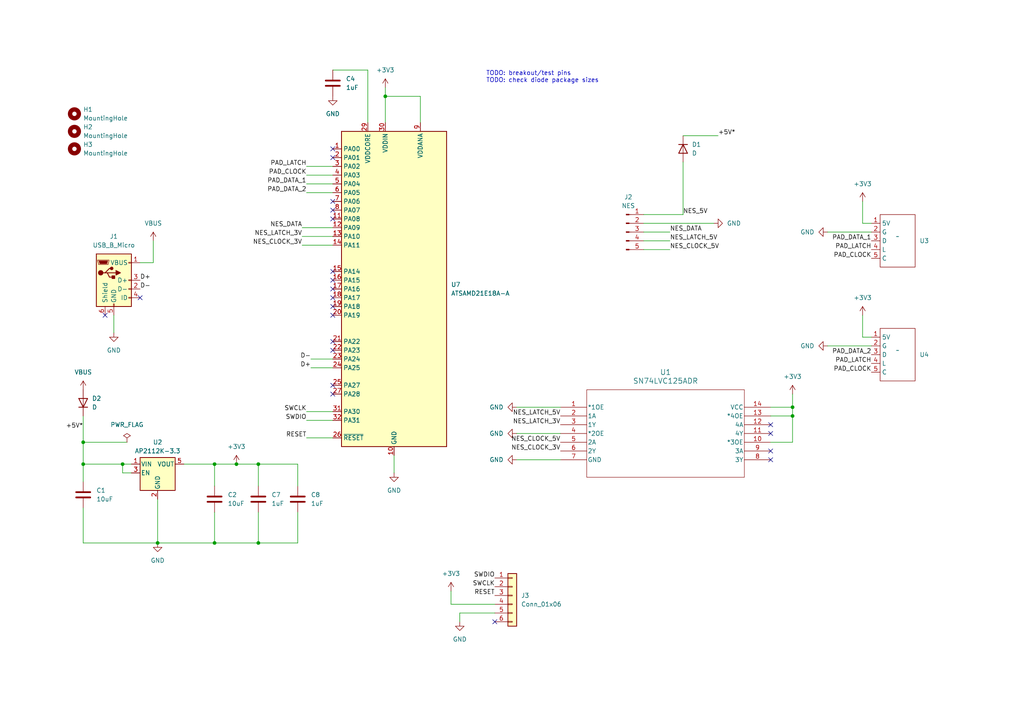
<source format=kicad_sch>
(kicad_sch (version 20230121) (generator eeschema)
  (paper "A4")
  (lib_symbols
    (symbol "Connector:Conn_01x05_Pin" (pin_names (offset 1.016) hide)
      (property "Reference" "J" (at 0 7.62 0))
      (property "Value" "Conn_01x05_Pin" (at 0 -7.62 0))
      (symbol "Conn_01x05_Pin_1_1"
        (polyline (pts (xy 1.27 -5.08) (xy 0.8636 -5.08)) (stroke (width 0.1524)))
        (polyline (pts (xy 1.27 -2.54) (xy 0.8636 -2.54)) (stroke (width 0.1524)))
        (polyline (pts (xy 1.27 0) (xy 0.8636 0)) (stroke (width 0.1524)))
        (polyline (pts (xy 1.27 2.54) (xy 0.8636 2.54)) (stroke (width 0.1524)))
        (polyline (pts (xy 1.27 5.08) (xy 0.8636 5.08)) (stroke (width 0.1524)))
        (rectangle (start 0.8636 -4.953) (end 0 -5.207) (stroke (width 0.1524)) (fill (type outline)))
        (rectangle (start 0.8636 -2.413) (end 0 -2.667) (stroke (width 0.1524)) (fill (type outline)))
        (rectangle (start 0.8636 0.127) (end 0 -0.127) (stroke (width 0.1524)) (fill (type outline)))
        (rectangle (start 0.8636 2.667) (end 0 2.413) (stroke (width 0.1524)) (fill (type outline)))
        (rectangle (start 0.8636 5.207) (end 0 4.953) (stroke (width 0.1524)) (fill (type outline)))
        (pin passive line (at 5.08 5.08 180) (length 3.81) (name "Pin_1") (number "1"))
        (pin passive line (at 5.08 2.54 180) (length 3.81) (name "Pin_2") (number "2"))
        (pin passive line (at 5.08 0 180) (length 3.81) (name "Pin_3") (number "3"))
        (pin passive line (at 5.08 -2.54 180) (length 3.81) (name "Pin_4") (number "4"))
        (pin passive line (at 5.08 -5.08 180) (length 3.81) (name "Pin_5") (number "5"))
      )
    )
    (symbol "Connector:USB_B_Micro" (pin_names (offset 1.016))
      (property "Reference" "J" (at -5.08 11.43 0))
      (property "Value" "USB_B_Micro" (at -5.08 8.89 0))
      (symbol "USB_B_Micro_0_1"
        (rectangle (start -5.08 -7.62) (end 5.08 7.62) (stroke (width 0.254)) (fill (type background)))
        (circle (center -3.81 2.159) (radius 0.635) (stroke (width 0.254)) (fill (type outline)))
        (circle (center -0.635 3.429) (radius 0.381) (stroke (width 0.254)) (fill (type outline)))
        (rectangle (start -0.127 -7.62) (end 0.127 -6.858))
        (polyline (pts (xy -1.905 2.159) (xy 0.635 2.159)) (stroke (width 0.254)))
        (polyline (pts (xy -3.175 2.159) (xy -2.54 2.159) (xy -1.27 3.429) (xy -0.635 3.429)) (stroke (width 0.254)))
        (polyline (pts (xy -2.54 2.159) (xy -1.905 2.159) (xy -1.27 0.889) (xy 0 0.889)) (stroke (width 0.254)))
        (polyline (pts (xy 0.635 2.794) (xy 0.635 1.524) (xy 1.905 2.159) (xy 0.635 2.794)) (stroke (width 0.254)) (fill (type outline)))
        (polyline (pts (xy -4.318 5.588) (xy -1.778 5.588) (xy -2.032 4.826) (xy -4.064 4.826) (xy -4.318 5.588)) (fill (type outline)))
        (polyline (pts (xy -4.699 5.842) (xy -4.699 5.588) (xy -4.445 4.826) (xy -4.445 4.572) (xy -1.651 4.572) (xy -1.651 4.826) (xy -1.397 5.588) (xy -1.397 5.842) (xy -4.699 5.842)))
        (rectangle (start 0.254 1.27) (end -0.508 0.508) (stroke (width 0.254)) (fill (type outline)))
        (rectangle (start 5.08 -5.207) (end 4.318 -4.953))
        (rectangle (start 5.08 -2.667) (end 4.318 -2.413))
        (rectangle (start 5.08 -0.127) (end 4.318 0.127))
        (rectangle (start 5.08 4.953) (end 4.318 5.207))
      )
      (symbol "USB_B_Micro_1_1"
        (pin power_out line (at 7.62 5.08 180) (length 2.54) (name "VBUS") (number "1"))
        (pin bidirectional line (at 7.62 -2.54 180) (length 2.54) (name "D-") (number "2"))
        (pin bidirectional line (at 7.62 0 180) (length 2.54) (name "D+") (number "3"))
        (pin passive line (at 7.62 -5.08 180) (length 2.54) (name "ID") (number "4"))
        (pin power_out line (at 0 -10.16 90) (length 2.54) (name "GND") (number "5"))
        (pin passive line (at -2.54 -10.16 90) (length 2.54) (name "Shield") (number "6"))
      )
    )
    (symbol "Connector_Generic:Conn_01x06" (pin_names (offset 1.016) hide)
      (property "Reference" "J" (at 0 7.62 0))
      (property "Value" "Conn_01x06" (at 0 -10.16 0))
      (symbol "Conn_01x06_1_1"
        (rectangle (start -1.27 -7.493) (end 0 -7.747) (stroke (width 0.1524)))
        (rectangle (start -1.27 -4.953) (end 0 -5.207) (stroke (width 0.1524)))
        (rectangle (start -1.27 -2.413) (end 0 -2.667) (stroke (width 0.1524)))
        (rectangle (start -1.27 0.127) (end 0 -0.127) (stroke (width 0.1524)))
        (rectangle (start -1.27 2.667) (end 0 2.413) (stroke (width 0.1524)))
        (rectangle (start -1.27 5.207) (end 0 4.953) (stroke (width 0.1524)))
        (rectangle (start -1.27 6.35) (end 1.27 -8.89) (stroke (width 0.254)) (fill (type background)))
        (pin passive line (at -5.08 5.08 0) (length 3.81) (name "Pin_1") (number "1"))
        (pin passive line (at -5.08 2.54 0) (length 3.81) (name "Pin_2") (number "2"))
        (pin passive line (at -5.08 0 0) (length 3.81) (name "Pin_3") (number "3"))
        (pin passive line (at -5.08 -2.54 0) (length 3.81) (name "Pin_4") (number "4"))
        (pin passive line (at -5.08 -5.08 0) (length 3.81) (name "Pin_5") (number "5"))
        (pin passive line (at -5.08 -7.62 0) (length 3.81) (name "Pin_6") (number "6"))
      )
    )
    (symbol "Device:C" (pin_numbers hide) (pin_names (offset 0.254))
      (property "Reference" "C" (at 0.635 2.54 0))
      (property "Value" "C" (at 0.635 -2.54 0))
      (symbol "C_0_1"
        (polyline (pts (xy -2.032 -0.762) (xy 2.032 -0.762)) (stroke (width 0.508)))
        (polyline (pts (xy -2.032 0.762) (xy 2.032 0.762)) (stroke (width 0.508)))
      )
      (symbol "C_1_1"
        (pin passive line (at 0 3.81 270) (length 2.794) (name "~") (number "1"))
        (pin passive line (at 0 -3.81 90) (length 2.794) (name "~") (number "2"))
      )
    )
    (symbol "Device:D" (pin_numbers hide) (pin_names (offset 1.016) hide)
      (property "Reference" "D" (at 0 2.54 0))
      (property "Value" "D" (at 0 -2.54 0))
      (symbol "D_0_1"
        (polyline (pts (xy -1.27 1.27) (xy -1.27 -1.27)) (stroke (width 0.254)))
        (polyline (pts (xy 1.27 0) (xy -1.27 0)))
        (polyline (pts (xy 1.27 1.27) (xy 1.27 -1.27) (xy -1.27 0) (xy 1.27 1.27)) (stroke (width 0.254)))
      )
      (symbol "D_1_1"
        (pin passive line (at -3.81 0 0) (length 2.54) (name "K") (number "1"))
        (pin passive line (at 3.81 0 180) (length 2.54) (name "A") (number "2"))
      )
    )
    (symbol "MCU_Microchip_SAMD:ATSAMD21E18A-A"
      (property "Reference" "U" (at -13.97 46.99 0))
      (property "Value" "ATSAMD21E18A-A" (at 16.51 46.99 0))
      (symbol "ATSAMD21E18A-A_1_1"
        (rectangle (start -15.24 45.72) (end 15.24 -45.72) (stroke (width 0.254)) (fill (type background)))
        (pin bidirectional line (at -17.78 40.64 0) (length 2.54) (name "PA00") (number "1"))
        (pin power_in line (at 0 -48.26 90) (length 2.54) (name "GND") (number "10"))
        (pin bidirectional line (at -17.78 20.32 0) (length 2.54) (name "PA08") (number "11"))
        (pin bidirectional line (at -17.78 17.78 0) (length 2.54) (name "PA09") (number "12"))
        (pin bidirectional line (at -17.78 15.24 0) (length 2.54) (name "PA10") (number "13"))
        (pin bidirectional line (at -17.78 12.7 0) (length 2.54) (name "PA11") (number "14"))
        (pin bidirectional line (at -17.78 5.08 0) (length 2.54) (name "PA14") (number "15"))
        (pin bidirectional line (at -17.78 2.54 0) (length 2.54) (name "PA15") (number "16"))
        (pin bidirectional line (at -17.78 0 0) (length 2.54) (name "PA16") (number "17"))
        (pin bidirectional line (at -17.78 -2.54 0) (length 2.54) (name "PA17") (number "18"))
        (pin bidirectional line (at -17.78 -5.08 0) (length 2.54) (name "PA18") (number "19"))
        (pin bidirectional line (at -17.78 38.1 0) (length 2.54) (name "PA01") (number "2"))
        (pin bidirectional line (at -17.78 -7.62 0) (length 2.54) (name "PA19") (number "20"))
        (pin bidirectional line (at -17.78 -15.24 0) (length 2.54) (name "PA22") (number "21"))
        (pin bidirectional line (at -17.78 -17.78 0) (length 2.54) (name "PA23") (number "22"))
        (pin bidirectional line (at -17.78 -20.32 0) (length 2.54) (name "PA24") (number "23"))
        (pin bidirectional line (at -17.78 -22.86 0) (length 2.54) (name "PA25") (number "24"))
        (pin bidirectional line (at -17.78 -27.94 0) (length 2.54) (name "PA27") (number "25"))
        (pin input line (at -17.78 -43.18 0) (length 2.54) (name "~{RESET}") (number "26"))
        (pin bidirectional line (at -17.78 -30.48 0) (length 2.54) (name "PA28") (number "27"))
        (pin passive line (at 0 -48.26 90) (length 2.54) hide (name "GND") (number "28"))
        (pin power_out line (at -7.62 48.26 270) (length 2.54) (name "VDDCORE") (number "29"))
        (pin bidirectional line (at -17.78 35.56 0) (length 2.54) (name "PA02") (number "3"))
        (pin power_in line (at -2.54 48.26 270) (length 2.54) (name "VDDIN") (number "30"))
        (pin bidirectional line (at -17.78 -35.56 0) (length 2.54) (name "PA30") (number "31"))
        (pin bidirectional line (at -17.78 -38.1 0) (length 2.54) (name "PA31") (number "32"))
        (pin bidirectional line (at -17.78 33.02 0) (length 2.54) (name "PA03") (number "4"))
        (pin bidirectional line (at -17.78 30.48 0) (length 2.54) (name "PA04") (number "5"))
        (pin bidirectional line (at -17.78 27.94 0) (length 2.54) (name "PA05") (number "6"))
        (pin bidirectional line (at -17.78 25.4 0) (length 2.54) (name "PA06") (number "7"))
        (pin bidirectional line (at -17.78 22.86 0) (length 2.54) (name "PA07") (number "8"))
        (pin power_in line (at 7.62 48.26 270) (length 2.54) (name "VDDANA") (number "9"))
      )
    )
    (symbol "Mechanical:MountingHole" (pin_names (offset 1.016))
      (property "Reference" "H" (at 0 5.08 0))
      (property "Value" "MountingHole" (at 0 3.175 0))
      (symbol "MountingHole_0_1"
        (circle (center 0 0) (radius 1.27) (stroke (width 1.27)))
      )
    )
    (symbol "Minor_Industries:Nes_Controller_Port"
      (property "Reference" "U" (at 0 0 0))
      (symbol "Nes_Controller_Port_0_1"
        (rectangle (start -5.08 6.35) (end 5.08 -8.89))
      )
      (symbol "Nes_Controller_Port_1_1"
        (pin power_in line (at -7.62 3.81 0) (length 2.54) (name "5V") (number "1"))
        (pin power_in line (at -7.62 1.27 0) (length 2.54) (name "G") (number "2"))
        (pin output line (at -7.62 -1.27 0) (length 2.54) (name "D") (number "3"))
        (pin input line (at -7.62 -3.81 0) (length 2.54) (name "L") (number "4"))
        (pin input line (at -7.62 -6.35 0) (length 2.54) (name "C") (number "5"))
      )
    )
    (symbol "Minor_Industries:SN74LVC125ADR" (pin_names (offset 0.254))
      (property "Reference" "U" (at 30.48 10.16 0))
      (property "Value" "SN74LVC125ADR" (at 30.48 7.62 0))
      (symbol "SN74LVC125ADR_0_1"
        (polyline (pts (xy 7.62 -20.32) (xy 53.34 -20.32)) (stroke (width 0.127)))
        (polyline (pts (xy 7.62 5.08) (xy 7.62 -20.32)) (stroke (width 0.127)))
        (polyline (pts (xy 53.34 -20.32) (xy 53.34 5.08)) (stroke (width 0.127)))
        (polyline (pts (xy 53.34 5.08) (xy 7.62 5.08)) (stroke (width 0.127)))
        (pin input line (at 0 0 0) (length 7.62) (name "*1OE") (number "1"))
        (pin input line (at 60.96 -10.16 180) (length 7.62) (name "*3OE") (number "10"))
        (pin output line (at 60.96 -7.62 180) (length 7.62) (name "4Y") (number "11"))
        (pin input line (at 60.96 -5.08 180) (length 7.62) (name "4A") (number "12"))
        (pin input line (at 60.96 -2.54 180) (length 7.62) (name "*4OE") (number "13"))
        (pin power_in line (at 60.96 0 180) (length 7.62) (name "VCC") (number "14"))
        (pin input line (at 0 -2.54 0) (length 7.62) (name "1A") (number "2"))
        (pin output line (at 0 -5.08 0) (length 7.62) (name "1Y") (number "3"))
        (pin input line (at 0 -7.62 0) (length 7.62) (name "*2OE") (number "4"))
        (pin input line (at 0 -10.16 0) (length 7.62) (name "2A") (number "5"))
        (pin output line (at 0 -12.7 0) (length 7.62) (name "2Y") (number "6"))
        (pin power_in line (at 0 -15.24 0) (length 7.62) (name "GND") (number "7"))
        (pin output line (at 60.96 -15.24 180) (length 7.62) (name "3Y") (number "8"))
        (pin input line (at 60.96 -12.7 180) (length 7.62) (name "3A") (number "9"))
      )
    )
    (symbol "Regulator_Linear:AP2112K-3.3" (pin_names (offset 0.254))
      (property "Reference" "U" (at -5.08 5.715 0))
      (property "Value" "AP2112K-3.3" (at 0 5.715 0))
      (symbol "AP2112K-3.3_0_1"
        (rectangle (start -5.08 4.445) (end 5.08 -5.08) (stroke (width 0.254)) (fill (type background)))
      )
      (symbol "AP2112K-3.3_1_1"
        (pin power_in line (at -7.62 2.54 0) (length 2.54) (name "VIN") (number "1"))
        (pin power_in line (at 0 -7.62 90) (length 2.54) (name "GND") (number "2"))
        (pin input line (at -7.62 0 0) (length 2.54) (name "EN") (number "3"))
        (pin no_connect line (at 5.08 0 180) (length 2.54) hide (name "NC") (number "4"))
        (pin power_out line (at 7.62 2.54 180) (length 2.54) (name "VOUT") (number "5"))
      )
    )
    (symbol "power:+3V3" (power) (pin_names (offset 0))
      (property "Value" "+3V3" (at 0 3.556 0))
      (symbol "+3V3_0_1"
        (polyline (pts (xy -0.762 1.27) (xy 0 2.54)))
        (polyline (pts (xy 0 0) (xy 0 2.54)))
        (polyline (pts (xy 0 2.54) (xy 0.762 1.27)))
      )
      (symbol "+3V3_1_1"
        (pin power_in line (at 0 0 90) (length 0) hide (name "+3V3") (number "1"))
      )
    )
    (symbol "power:GND" (power) (pin_names (offset 0))
      (property "Value" "GND" (at 0 -3.81 0))
      (symbol "GND_0_1"
        (polyline (pts (xy 0 0) (xy 0 -1.27) (xy 1.27 -1.27) (xy 0 -2.54) (xy -1.27 -1.27) (xy 0 -1.27)))
      )
      (symbol "GND_1_1"
        (pin power_in line (at 0 0 270) (length 0) hide (name "GND") (number "1"))
      )
    )
    (symbol "power:PWR_FLAG" (power) (pin_numbers hide) (pin_names (offset 0) hide)
      (property "Value" "PWR_FLAG" (at 0 3.81 0))
      (symbol "PWR_FLAG_0_0"
        (pin power_out line (at 0 0 90) (length 0) (name "pwr") (number "1"))
      )
      (symbol "PWR_FLAG_0_1"
        (polyline (pts (xy 0 0) (xy 0 1.27) (xy -1.016 1.905) (xy 0 2.54) (xy 1.016 1.905) (xy 0 1.27)))
      )
    )
    (symbol "power:VBUS" (power) (pin_names (offset 0))
      (property "Value" "VBUS" (at 0 3.81 0))
      (symbol "VBUS_0_1"
        (polyline (pts (xy -0.762 1.27) (xy 0 2.54)))
        (polyline (pts (xy 0 0) (xy 0 2.54)))
        (polyline (pts (xy 0 2.54) (xy 0.762 1.27)))
      )
      (symbol "VBUS_1_1"
        (pin power_in line (at 0 0 90) (length 0) hide (name "VBUS") (number "1"))
      )
    )
  )
  (junction (at 62.23 157.48))
  (junction (at 74.93 157.48))
  (junction (at 24.13 128.27))
  (junction (at 35.56 134.62))
  (junction (at 24.13 134.62))
  (junction (at 229.87 118.11))
  (junction (at 68.58 134.62))
  (junction (at 229.87 120.65))
  (junction (at 74.93 134.62))
  (junction (at 45.72 157.48))
  (junction (at 111.76 27.94))
  (junction (at 62.23 134.62))
  (no_connect (at 40.64 86.36))
  (no_connect (at 143.51 180.34))
  (no_connect (at 96.52 88.9))
  (no_connect (at 96.52 99.06))
  (no_connect (at 96.52 111.76))
  (no_connect (at 96.52 114.3))
  (no_connect (at 96.52 43.18))
  (no_connect (at 96.52 81.28))
  (no_connect (at 96.52 101.6))
  (no_connect (at 96.52 45.72))
  (no_connect (at 30.48 91.44))
  (no_connect (at 96.52 78.74))
  (no_connect (at 96.52 63.5))
  (no_connect (at 223.52 133.35))
  (no_connect (at 96.52 91.44))
  (no_connect (at 223.52 125.73))
  (no_connect (at 223.52 130.81))
  (no_connect (at 96.52 60.96))
  (no_connect (at 96.52 86.36))
  (no_connect (at 223.52 123.19))
  (no_connect (at 96.52 58.42))
  (no_connect (at 96.52 83.82))
  (wire (pts (xy 62.23 157.48) (xy 74.93 157.48)))
  (wire (pts (xy 35.56 134.62) (xy 38.1 134.62)))
  (wire (pts (xy 130.81 171.45) (xy 130.81 175.26)))
  (wire (pts (xy 223.52 120.65) (xy 229.87 120.65)))
  (wire (pts (xy 90.17 104.14) (xy 96.52 104.14)))
  (wire (pts (xy 186.69 69.85) (xy 194.31 69.85)))
  (wire (pts (xy 149.86 133.35) (xy 162.56 133.35)))
  (wire (pts (xy 24.13 120.65) (xy 24.13 128.27)))
  (wire (pts (xy 86.36 157.48) (xy 74.93 157.48)))
  (wire (pts (xy 186.69 72.39) (xy 194.31 72.39)))
  (wire (pts (xy 250.19 97.79) (xy 252.73 97.79)))
  (wire (pts (xy 74.93 134.62) (xy 74.93 140.97)))
  (wire (pts (xy 88.9 48.26) (xy 96.52 48.26)))
  (wire (pts (xy 106.68 20.32) (xy 106.68 35.56)))
  (wire (pts (xy 38.1 137.16) (xy 35.56 137.16)))
  (wire (pts (xy 111.76 27.94) (xy 121.92 27.94)))
  (wire (pts (xy 24.13 157.48) (xy 45.72 157.48)))
  (wire (pts (xy 24.13 147.32) (xy 24.13 157.48)))
  (wire (pts (xy 45.72 144.78) (xy 45.72 157.48)))
  (wire (pts (xy 229.87 118.11) (xy 229.87 114.3)))
  (wire (pts (xy 87.63 71.12) (xy 96.52 71.12)))
  (wire (pts (xy 62.23 134.62) (xy 62.23 140.97)))
  (wire (pts (xy 44.45 76.2) (xy 44.45 69.85)))
  (wire (pts (xy 88.9 127) (xy 96.52 127)))
  (wire (pts (xy 87.63 66.04) (xy 96.52 66.04)))
  (wire (pts (xy 240.03 100.33) (xy 252.73 100.33)))
  (wire (pts (xy 88.9 55.88) (xy 96.52 55.88)))
  (wire (pts (xy 86.36 148.59) (xy 86.36 157.48)))
  (wire (pts (xy 240.03 67.31) (xy 252.73 67.31)))
  (wire (pts (xy 62.23 148.59) (xy 62.23 157.48)))
  (wire (pts (xy 40.64 76.2) (xy 44.45 76.2)))
  (wire (pts (xy 186.69 64.77) (xy 207.01 64.77)))
  (wire (pts (xy 74.93 134.62) (xy 86.36 134.62)))
  (wire (pts (xy 96.52 20.32) (xy 106.68 20.32)))
  (wire (pts (xy 88.9 50.8) (xy 96.52 50.8)))
  (wire (pts (xy 88.9 121.92) (xy 96.52 121.92)))
  (wire (pts (xy 86.36 134.62) (xy 86.36 140.97)))
  (wire (pts (xy 68.58 134.62) (xy 74.93 134.62)))
  (wire (pts (xy 149.86 125.73) (xy 162.56 125.73)))
  (wire (pts (xy 45.72 157.48) (xy 62.23 157.48)))
  (wire (pts (xy 88.9 53.34) (xy 96.52 53.34)))
  (wire (pts (xy 111.76 27.94) (xy 111.76 35.56)))
  (wire (pts (xy 121.92 35.56) (xy 121.92 27.94)))
  (wire (pts (xy 87.63 68.58) (xy 96.52 68.58)))
  (wire (pts (xy 229.87 118.11) (xy 229.87 120.65)))
  (wire (pts (xy 223.52 118.11) (xy 229.87 118.11)))
  (wire (pts (xy 88.9 119.38) (xy 96.52 119.38)))
  (wire (pts (xy 186.69 67.31) (xy 194.31 67.31)))
  (wire (pts (xy 198.12 39.37) (xy 208.28 39.37)))
  (wire (pts (xy 62.23 134.62) (xy 68.58 134.62)))
  (wire (pts (xy 250.19 58.42) (xy 250.19 64.77)))
  (wire (pts (xy 149.86 118.11) (xy 162.56 118.11)))
  (wire (pts (xy 250.19 64.77) (xy 252.73 64.77)))
  (wire (pts (xy 24.13 134.62) (xy 35.56 134.62)))
  (wire (pts (xy 198.12 62.23) (xy 198.12 46.99)))
  (wire (pts (xy 250.19 91.44) (xy 250.19 97.79)))
  (wire (pts (xy 133.35 177.8) (xy 133.35 180.34)))
  (wire (pts (xy 24.13 128.27) (xy 36.83 128.27)))
  (wire (pts (xy 143.51 177.8) (xy 133.35 177.8)))
  (wire (pts (xy 111.76 25.4) (xy 111.76 27.94)))
  (wire (pts (xy 24.13 134.62) (xy 24.13 139.7)))
  (wire (pts (xy 143.51 175.26) (xy 130.81 175.26)))
  (wire (pts (xy 114.3 132.08) (xy 114.3 137.16)))
  (wire (pts (xy 33.02 91.44) (xy 33.02 96.52)))
  (wire (pts (xy 24.13 128.27) (xy 24.13 134.62)))
  (wire (pts (xy 35.56 137.16) (xy 35.56 134.62)))
  (wire (pts (xy 229.87 120.65) (xy 229.87 128.27)))
  (wire (pts (xy 186.69 62.23) (xy 198.12 62.23)))
  (wire (pts (xy 74.93 148.59) (xy 74.93 157.48)))
  (wire (pts (xy 90.17 106.68) (xy 96.52 106.68)))
  (wire (pts (xy 223.52 128.27) (xy 229.87 128.27)))
  (wire (pts (xy 53.34 134.62) (xy 62.23 134.62)))
  (text "TODO: breakout/test pins\nTODO: check diode package sizes" (at 140.97 24.13 0) (effects (font (size 1.27 1.27)) (justify left bottom)))
  (label "PAD_DATA_2" (at 252.73 102.87 180))
  (label "D-" (at 90.17 104.14 180))
  (label "D+" (at 90.17 106.68 180))
  (label "NES_CLOCK_5V" (at 194.31 72.39 0))
  (label "PAD_CLOCK" (at 252.73 107.95 180))
  (label "NES_CLOCK_5V" (at 162.56 128.27 180))
  (label "D+" (at 40.64 81.28 0))
  (label "PAD_LATCH" (at 88.9 48.26 180))
  (label "PAD_DATA_1" (at 88.9 53.34 180))
  (label "NES_DATA" (at 194.31 67.31 0))
  (label "NES_LATCH_3V" (at 87.63 68.58 180))
  (label "NES_CLOCK_3V" (at 87.63 71.12 180))
  (label "NES_LATCH_5V" (at 194.31 69.85 0))
  (label "SWCLK" (at 143.51 170.18 180))
  (label "+5V*" (at 208.28 39.37 0))
  (label "NES_CLOCK_3V" (at 162.56 130.81 180))
  (label "NES_DATA" (at 87.63 66.04 180))
  (label "D-" (at 40.64 83.82 0))
  (label "PAD_DATA_2" (at 88.9 55.88 180))
  (label "PAD_DATA_1" (at 252.73 69.85 180))
  (label "SWCLK" (at 88.9 119.38 180))
  (label "PAD_CLOCK" (at 252.73 74.93 180))
  (label "NES_LATCH_3V" (at 162.56 123.19 180))
  (label "SWDIO" (at 143.51 167.64 180))
  (label "NES_LATCH_5V" (at 162.56 120.65 180))
  (label "+5V*" (at 24.13 124.46 180))
  (label "PAD_LATCH" (at 252.73 72.39 180))
  (label "SWDIO" (at 88.9 121.92 180))
  (label "NES_5V" (at 198.12 62.23 0))
  (label "PAD_CLOCK" (at 88.9 50.8 180))
  (label "RESET" (at 143.51 172.72 180))
  (label "RESET" (at 88.9 127 180))
  (label "PAD_LATCH" (at 252.73 105.41 180))
  (symbol (lib_id "Minor_Industries:SN74LVC125ADR") (at 162.56 118.11 0) (unit 1)
    (property "Reference" "U1" (at 193.04 107.95 0) (effects (font (size 1.524 1.524))))
    (property "Value" "SN74LVC125ADR" (at 193.04 110.49 0) (effects (font (size 1.524 1.524))))
    (property "Footprint" "Minor_Industries:SN74LVC125ADR" (effects hide))
    (property "Datasheet" "SN74LVC125ADR" (effects hide))
  )
  (symbol (lib_id "power:VBUS") (at 44.45 69.85 0) (unit 1)
    (property "Reference" "#PWR027" (effects hide))
    (property "Value" "VBUS" (at 44.45 64.77 0))
  )
  (symbol (lib_id "power:+3V3") (at 250.19 58.42 0) (unit 1)
    (property "Reference" "#PWR02" (effects hide))
    (property "Value" "+3V3" (at 250.19 53.34 0))
  )
  (symbol (lib_id "power:GND") (at 149.86 133.35 270) (unit 1)
    (property "Reference" "#PWR010" (effects hide))
    (property "Value" "GND" (at 146.05 133.35 90) (effects (justify right)))
  )
  (symbol (lib_id "Regulator_Linear:AP2112K-3.3") (at 45.72 137.16 0) (unit 1)
    (property "Reference" "U2" (at 45.72 128.27 0))
    (property "Value" "AP2112K-3.3" (at 45.72 130.81 0))
    (property "Footprint" "Package_TO_SOT_SMD:SOT-23-5" (effects hide))
    (property "Datasheet" "https://www.diodes.com/assets/Datasheets/AP2112.pdf" (effects hide))
  )
  (symbol (lib_id "Minor_Industries:Nes_Controller_Port") (at 260.35 101.6 0) (unit 1)
    (property "Reference" "U4" (at 266.7 102.87 0) (effects (justify left)))
    (property "Value" "~" (at 260.35 101.6 0))
    (property "Footprint" "Minor_Industries:NES controller port" (effects hide))
  )
  (symbol (lib_id "power:PWR_FLAG") (at 36.83 128.27 0) (unit 1)
    (property "Reference" "#FLG02" (effects hide))
    (property "Value" "PWR_FLAG" (at 36.83 123.19 0))
  )
  (symbol (lib_id "power:GND") (at 96.52 27.94 0) (unit 1)
    (property "Reference" "#PWR033" (effects hide))
    (property "Value" "GND" (at 96.52 33.02 0))
  )
  (symbol (lib_id "power:+3V3") (at 111.76 25.4 0) (unit 1)
    (property "Reference" "#PWR06" (effects hide))
    (property "Value" "+3V3" (at 111.76 20.32 0))
  )
  (symbol (lib_id "Device:D") (at 198.12 43.18 270) (unit 1)
    (property "Reference" "D1" (at 200.66 41.91 90) (effects (justify left)))
    (property "Value" "D" (at 200.66 44.45 90) (effects (justify left)))
    (property "Footprint" "Diode_SMD:D_0805_2012Metric" (effects hide))
    (property "Sim.Device" "D" (effects hide))
    (property "Sim.Pins" "1=K 2=A" (effects hide))
  )
  (symbol (lib_id "Device:C") (at 24.13 143.51 0) (unit 1)
    (property "Reference" "C1" (at 27.94 142.24 0) (effects (justify left)))
    (property "Value" "10uF" (at 27.94 144.78 0) (effects (justify left)))
    (property "Footprint" "Capacitor_SMD:C_1206_3216Metric" (effects hide))
  )
  (symbol (lib_id "power:VBUS") (at 24.13 113.03 0) (unit 1)
    (property "Reference" "#PWR05" (effects hide))
    (property "Value" "VBUS" (at 24.13 107.95 0))
  )
  (symbol (lib_id "Minor_Industries:Nes_Controller_Port") (at 260.35 68.58 0) (unit 1)
    (property "Reference" "U3" (at 266.7 69.85 0) (effects (justify left)))
    (property "Value" "~" (at 260.35 68.58 0))
    (property "Footprint" "Minor_Industries:NES controller port" (effects hide))
  )
  (symbol (lib_id "power:GND") (at 149.86 125.73 270) (unit 1)
    (property "Reference" "#PWR09" (effects hide))
    (property "Value" "GND" (at 146.05 125.73 90) (effects (justify right)))
  )
  (symbol (lib_id "power:GND") (at 45.72 157.48 0) (unit 1)
    (property "Reference" "#PWR01" (effects hide))
    (property "Value" "GND" (at 45.72 162.56 0))
  )
  (symbol (lib_id "Connector_Generic:Conn_01x06") (at 148.59 172.72 0) (unit 1)
    (property "Reference" "J3" (at 151.13 172.72 0) (effects (justify left)))
    (property "Value" "Conn_01x06" (at 151.13 175.26 0) (effects (justify left)))
    (property "Footprint" "Connector_PinSocket_2.54mm:PinSocket_1x06_P2.54mm_Vertical" (effects hide))
  )
  (symbol (lib_id "power:+3V3") (at 250.19 91.44 0) (unit 1)
    (property "Reference" "#PWR07" (effects hide))
    (property "Value" "+3V3" (at 250.19 86.36 0))
  )
  (symbol (lib_id "power:GND") (at 240.03 100.33 270) (unit 1)
    (property "Reference" "#PWR015" (effects hide))
    (property "Value" "GND" (at 236.22 100.33 90) (effects (justify right)))
  )
  (symbol (lib_id "Connector:Conn_01x05_Pin") (at 181.61 67.31 0) (unit 1)
    (property "Reference" "J2" (at 182.245 57.15 0))
    (property "Value" "NES" (at 182.245 59.69 0))
    (property "Footprint" "Connector_Wire:SolderWire-0.15sqmm_1x05_P4mm_D0.5mm_OD1.5mm_Relief" (effects hide))
  )
  (symbol (lib_id "power:GND") (at 33.02 96.52 0) (unit 1)
    (property "Reference" "#PWR026" (effects hide))
    (property "Value" "GND" (at 33.02 101.6 0))
  )
  (symbol (lib_id "Device:C") (at 74.93 144.78 0) (unit 1)
    (property "Reference" "C7" (at 78.74 143.51 0) (effects (justify left)))
    (property "Value" "1uF" (at 78.74 146.05 0) (effects (justify left)))
    (property "Footprint" "Capacitor_SMD:C_0805_2012Metric" (effects hide))
  )
  (symbol (lib_id "power:+3V3") (at 130.81 171.45 0) (unit 1)
    (property "Reference" "#PWR012" (effects hide))
    (property "Value" "+3V3" (at 130.81 166.37 0))
  )
  (symbol (lib_id "Mechanical:MountingHole") (at 21.59 38.1 0) (unit 1)
    (property "Reference" "H2" (at 24.13 36.83 0) (effects (justify left)))
    (property "Value" "MountingHole" (at 24.13 39.37 0) (effects (justify left)))
    (property "Footprint" "MountingHole:MountingHole_2.2mm_M2" (effects hide))
  )
  (symbol (lib_id "power:GND") (at 207.01 64.77 90) (unit 1)
    (property "Reference" "#PWR013" (effects hide))
    (property "Value" "GND" (at 210.82 64.77 90) (effects (justify right)))
  )
  (symbol (lib_id "power:GND") (at 240.03 67.31 270) (unit 1)
    (property "Reference" "#PWR04" (effects hide))
    (property "Value" "GND" (at 236.22 67.31 90) (effects (justify right)))
  )
  (symbol (lib_id "MCU_Microchip_SAMD:ATSAMD21E18A-A") (at 114.3 83.82 0) (unit 1)
    (property "Reference" "U7" (at 130.81 82.55 0) (effects (justify left)))
    (property "Value" "ATSAMD21E18A-A" (at 130.81 85.09 0) (effects (justify left)))
    (property "Footprint" "Package_QFP:TQFP-32_7x7mm_P0.8mm" (effects hide))
    (property "Datasheet" "http://ww1.microchip.com/downloads/en/DeviceDoc/SAM_D21_DA1_Family_Data%20Sheet_DS40001882E.pdf" (effects hide))
  )
  (symbol (lib_id "power:GND") (at 114.3 137.16 0) (unit 1)
    (property "Reference" "#PWR035" (effects hide))
    (property "Value" "GND" (at 114.3 142.24 0))
  )
  (symbol (lib_id "Device:C") (at 96.52 24.13 0) (unit 1)
    (property "Reference" "C4" (at 100.33 22.86 0) (effects (justify left)))
    (property "Value" "1uF" (at 100.33 25.4 0) (effects (justify left)))
    (property "Footprint" "Capacitor_SMD:C_0805_2012Metric" (effects hide))
  )
  (symbol (lib_id "Mechanical:MountingHole") (at 21.59 33.02 0) (unit 1)
    (property "Reference" "H1" (at 24.13 31.75 0) (effects (justify left)))
    (property "Value" "MountingHole" (at 24.13 34.29 0) (effects (justify left)))
    (property "Footprint" "MountingHole:MountingHole_2.2mm_M2" (effects hide))
  )
  (symbol (lib_id "Device:C") (at 86.36 144.78 0) (unit 1)
    (property "Reference" "C8" (at 90.17 143.51 0) (effects (justify left)))
    (property "Value" "1uF" (at 90.17 146.05 0) (effects (justify left)))
    (property "Footprint" "Capacitor_SMD:C_0805_2012Metric" (effects hide))
  )
  (symbol (lib_id "power:GND") (at 149.86 118.11 270) (unit 1)
    (property "Reference" "#PWR08" (effects hide))
    (property "Value" "GND" (at 146.05 118.11 90) (effects (justify right)))
  )
  (symbol (lib_id "Mechanical:MountingHole") (at 21.59 43.18 0) (unit 1)
    (property "Reference" "H3" (at 24.13 41.91 0) (effects (justify left)))
    (property "Value" "MountingHole" (at 24.13 44.45 0) (effects (justify left)))
    (property "Footprint" "MountingHole:MountingHole_2.2mm_M2" (effects hide))
  )
  (symbol (lib_id "Connector:USB_B_Micro") (at 33.02 81.28 0) (unit 1)
    (property "Reference" "J1" (at 33.02 68.58 0))
    (property "Value" "USB_B_Micro" (at 33.02 71.12 0))
    (property "Footprint" "Connector_USB:USB_Micro-B_Amphenol_10118193-0001LF_Horizontal" (effects hide))
  )
  (symbol (lib_id "power:+3V3") (at 68.58 134.62 0) (unit 1)
    (property "Reference" "#PWR018" (effects hide))
    (property "Value" "+3V3" (at 68.58 129.54 0))
  )
  (symbol (lib_id "power:GND") (at 133.35 180.34 0) (unit 1)
    (property "Reference" "#PWR03" (effects hide))
    (property "Value" "GND" (at 133.35 185.42 0))
  )
  (symbol (lib_id "Device:C") (at 62.23 144.78 0) (unit 1)
    (property "Reference" "C2" (at 66.04 143.51 0) (effects (justify left)))
    (property "Value" "10uF" (at 66.04 146.05 0) (effects (justify left)))
    (property "Footprint" "Capacitor_SMD:C_1206_3216Metric" (effects hide))
  )
  (symbol (lib_id "power:+3V3") (at 229.87 114.3 0) (unit 1)
    (property "Reference" "#PWR011" (effects hide))
    (property "Value" "+3V3" (at 229.87 109.22 0))
  )
  (symbol (lib_id "Device:D") (at 24.13 116.84 90) (unit 1)
    (property "Reference" "D2" (at 26.67 115.57 90) (effects (justify right)))
    (property "Value" "D" (at 26.67 118.11 90) (effects (justify right)))
    (property "Footprint" "Diode_SMD:D_0805_2012Metric" (effects hide))
    (property "Sim.Device" "D" (effects hide))
    (property "Sim.Pins" "1=K 2=A" (effects hide))
  )
)
</source>
